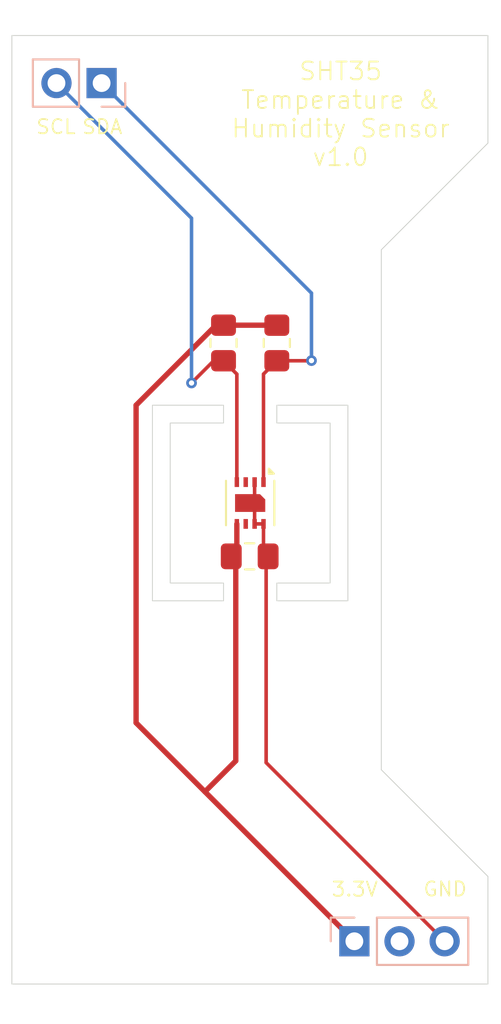
<source format=kicad_pcb>
(kicad_pcb (version 20241229) (generator "pcbnew") (generator_version "9.0")
  (layers (0 "F.Cu" signal) (2 "B.Cu" signal) (13 "F.Paste" user) (15 "B.Paste" user) (5 "F.SilkS" user "F.Silkscreen") (7 "B.SilkS" user "B.Silkscreen") (1 "F.Mask" user) (3 "B.Mask" user) (25 "Edge.Cuts" user))
  (net 0 "")
  (net 1 "/3.3V")
  (net 2 "GND")
  (net 4 "/SCL1")
  (net 5 "/SDA1")
  (footprint "Capacitor_SMD:C_0805_2012Metric_Pad1.18x1.45mm_HandSolder" (layer "F.Cu") (at 180.5925 93)
    (property "Reference" "C1" (hide yes))
    (property "Value" "100n")
    (fp_line (start -0.261252 -0.735) (end 0.261252 -0.735) (stroke (width 0.12)) (layer "F.SilkS"))
    (fp_line (start -0.261252 0.735) (end 0.261252 0.735) (stroke (width 0.12)) (layer "F.SilkS"))
    (pad "1" smd roundrect (at -1.0375 0) (size 1.175 1.45) (layers "F.Cu" "F.Mask" "F.Paste") (roundrect_rratio 0.212766) (net 1 "/3.3V"))
    (pad "2" smd roundrect (at 1.0375 0) (size 1.175 1.45) (layers "F.Cu" "F.Mask" "F.Paste") (roundrect_rratio 0.212766) (net 2 "GND"))
  )
  (footprint "Sensor_Humidity:Sensirion_DFN-8-1EP_2.5x2.5mm_P0.5mm_EP1.1x1.7mm" (layer "F.Cu") (at 180.62 90 -90)
    (property "Reference" "U1" (hide yes))
    (property "Value" "SHT35-DIS")
    (fp_line (start -1.25 1.36) (end 1.25 1.36) (stroke (width 0.12)) (layer "F.SilkS"))
    (fp_line (start -1.25 -1.36) (end 1.25 -1.36) (stroke (width 0.12)) (layer "F.SilkS"))
    (fp_poly (pts (xy -1.65 -1.05) (xy -1.93 -1.05) (xy -1.65 -1.33) (xy -1.65 -1.05)) (stroke (width 0.12)) (fill yes) (layer "F.SilkS"))
    (pad "1" smd rect (at -1.175 -0.75 270) (size 0.55 0.25) (layers "F.Cu" "F.Mask" "F.Paste") (net 5 "/SDA1"))
    (pad "2" smd rect (at -1.175 -0.25 270) (size 0.55 0.25) (layers "F.Cu" "F.Mask" "F.Paste") (net 2 "GND"))
    (pad "3" smd rect (at -1.175 0.25 270) (size 0.55 0.25) (layers "F.Cu" "F.Mask" "F.Paste"))
    (pad "4" smd rect (at -1.175 0.75 90) (size 0.55 0.25) (layers "F.Cu" "F.Mask" "F.Paste") (net 4 "/SCL1"))
    (pad "5" smd rect (at 1.175 0.75 270) (size 0.55 0.25) (layers "F.Cu" "F.Mask" "F.Paste") (net 1 "/3.3V"))
    (pad "6" smd rect (at 1.175 0.25 270) (size 0.55 0.25) (layers "F.Cu" "F.Mask" "F.Paste"))
    (pad "7" smd rect (at 1.175 -0.25 270) (size 0.55 0.25) (layers "F.Cu" "F.Mask" "F.Paste") (net 2 "GND"))
    (pad "8" smd rect (at 1.175 -0.75 270) (size 0.55 0.25) (layers "F.Cu" "F.Mask" "F.Paste") (net 2 "GND"))
    (pad "9" smd custom (at 0 0 270) (size 1 1) (layers "F.Cu" "F.Mask") (net 2 "GND") (options (clearance outline) (anchor circle)) (primitives (gr_poly (pts (xy 0.5 0.85) (xy -0.5 0.85) (xy -0.5 -0.55) (xy -0.2 -0.85) (xy 0.5 -0.85)) (width 0) (fill yes))))
  )
  (footprint "Resistor_SMD:R_0805_2012Metric_Pad1.20x1.40mm_HandSolder" (layer "F.Cu") (at 182.12 81 -90)
    (property "Reference" "R1" (hide yes))
    (property "Value" "10k")
    (fp_line (start -0.227064 0.735) (end 0.227064 0.735) (stroke (width 0.12)) (layer "F.SilkS"))
    (fp_line (start -0.227064 -0.735) (end 0.227064 -0.735) (stroke (width 0.12)) (layer "F.SilkS"))
    (pad "1" smd roundrect (at -1 0 270) (size 1.2 1.4) (layers "F.Cu" "F.Mask" "F.Paste") (roundrect_rratio 0.208333) (net 1 "/3.3V"))
    (pad "2" smd roundrect (at 1 0 270) (size 1.2 1.4) (layers "F.Cu" "F.Mask" "F.Paste") (roundrect_rratio 0.208333) (net 5 "/SDA1"))
  )
  (footprint "Resistor_SMD:R_0805_2012Metric_Pad1.20x1.40mm_HandSolder" (layer "F.Cu") (at 179.12 81 -90)
    (property "Reference" "R2" (hide yes))
    (property "Value" "10k")
    (fp_line (start -0.227064 0.735) (end 0.227064 0.735) (stroke (width 0.12)) (layer "F.SilkS"))
    (fp_line (start -0.227064 -0.735) (end 0.227064 -0.735) (stroke (width 0.12)) (layer "F.SilkS"))
    (pad "1" smd roundrect (at -1 0 270) (size 1.2 1.4) (layers "F.Cu" "F.Mask" "F.Paste") (roundrect_rratio 0.208333) (net 1 "/3.3V"))
    (pad "2" smd roundrect (at 1 0 270) (size 1.2 1.4) (layers "F.Cu" "F.Mask" "F.Paste") (roundrect_rratio 0.208333) (net 4 "/SCL1"))
  )
  (footprint "Connector_PinHeader_2.54mm:PinHeader_1x03_P2.54mm_Vertical" (layer "B.Cu") (at 186.484 114.645 -90)
    (property "Reference" "J1" (hide yes))
    (property "Value" "Conn_01x03")
    (fp_line (start -1.33 1.33) (end 0 1.33) (stroke (width 0.12)) (layer "B.SilkS"))
    (fp_line (start -1.33 0) (end -1.33 1.33) (stroke (width 0.12)) (layer "B.SilkS"))
    (fp_line (start -1.33 -1.27) (end 1.33 -1.27) (stroke (width 0.12)) (layer "B.SilkS"))
    (fp_line (start -1.33 -1.27) (end -1.33 -6.41) (stroke (width 0.12)) (layer "B.SilkS"))
    (fp_line (start 1.33 -1.27) (end 1.33 -6.41) (stroke (width 0.12)) (layer "B.SilkS"))
    (fp_line (start -1.33 -6.41) (end 1.33 -6.41) (stroke (width 0.12)) (layer "B.SilkS"))
    (pad "1" thru_hole rect (at 0 0 270) (size 1.7 1.7) (drill 1) (layers "*.Cu" "*.Mask") (net 1 "/3.3V"))
    (pad "2" thru_hole oval (at 0 -2.54 270) (size 1.7 1.7) (drill 1) (layers "*.Cu" "*.Mask"))
    (pad "3" thru_hole oval (at 0 -5.08 270) (size 1.7 1.7) (drill 1) (layers "*.Cu" "*.Mask") (net 2 "GND"))
  )
  (footprint "Connector_PinHeader_2.54mm:PinHeader_1x02_P2.54mm_Vertical" (layer "B.Cu") (at 172.26 66.385 90)
    (property "Reference" "J2" (hide yes))
    (property "Value" "Conn_01x02")
    (fp_line (start -1.33 -3.87) (end 1.33 -3.87) (stroke (width 0.12)) (layer "B.SilkS"))
    (fp_line (start 1.33 -1.27) (end 1.33 -3.87) (stroke (width 0.12)) (layer "B.SilkS"))
    (fp_line (start -1.33 -1.27) (end -1.33 -3.87) (stroke (width 0.12)) (layer "B.SilkS"))
    (fp_line (start -1.33 -1.27) (end 1.33 -1.27) (stroke (width 0.12)) (layer "B.SilkS"))
    (fp_line (start -1.33 0) (end -1.33 1.33) (stroke (width 0.12)) (layer "B.SilkS"))
    (fp_line (start -1.33 1.33) (end 0 1.33) (stroke (width 0.12)) (layer "B.SilkS"))
    (pad "1" thru_hole rect (at 0 0 90) (size 1.7 1.7) (drill 1) (layers "*.Cu" "*.Mask") (net 5 "/SDA1"))
    (pad "2" thru_hole oval (at 0 -2.54 90) (size 1.7 1.7) (drill 1) (layers "*.Cu" "*.Mask") (net 4 "/SCL1"))
  )
  (gr_line (start 194 117.05) (end 194 111) (stroke (width 0.05)) (layer "Edge.Cuts"))
  (gr_line (start 194 111) (end 188 105) (stroke (width 0.05)) (layer "Edge.Cuts"))
  (gr_poly (pts (xy 182.12 84.5) (xy 182.12 85.5) (xy 185.12 85.5) (xy 185.12 94.5) (xy 182.12 94.5) (xy 182.12 95.5) (xy 186.12 95.5) (xy 186.12 84.5)) (stroke (width 0.05)) (fill no) (layer "Edge.Cuts"))
  (gr_line (start 167.21 63.71) (end 167.21 117.05) (stroke (width 0.05)) (layer "Edge.Cuts"))
  (gr_line (start 194 69.76) (end 188 75.76) (stroke (width 0.05)) (layer "Edge.Cuts"))
  (gr_poly (pts (xy 179.12 95.5) (xy 179.12 94.5) (xy 176.12 94.5) (xy 176.12 85.5) (xy 179.12 85.5) (xy 179.12 84.5) (xy 175.12 84.5) (xy 175.12 95.5)) (stroke (width 0.05)) (fill no) (layer "Edge.Cuts"))
  (gr_line (start 194 69.76) (end 194 63.71) (stroke (width 0.05)) (layer "Edge.Cuts"))
  (gr_line (start 188 75.76) (end 188 105) (stroke (width 0.05)) (layer "Edge.Cuts"))
  (gr_line (start 167.21 117.05) (end 194 117.05) (stroke (width 0.05)) (layer "Edge.Cuts"))
  (gr_line (start 167.21 63.71) (end 194 63.71) (stroke (width 0.05)) (layer "Edge.Cuts"))
  (gr_text "3.3V" (at 185.15 112.19 0) (layer "F.SilkS") (effects (font (size 0.8 0.8) (thickness 0.1)) (justify left bottom)))
  (gr_text "SDA" (at 171.11 69.31 0) (layer "F.SilkS") (effects (font (size 0.8 0.8) (thickness 0.1)) (justify left bottom)))
  (gr_text "GND" (at 190.31 112.18 0) (layer "F.SilkS") (effects (font (size 0.8 0.8) (thickness 0.1)) (justify left bottom)))
  (gr_text "SCL" (at 168.52 69.31 0) (layer "F.SilkS") (effects (font (size 0.8 0.8) (thickness 0.1)) (justify left bottom)))
  (gr_text "SHT35\nTemperature &\nHumidity Sensor\nv1.0" (at 185.71 71.13 0) (layer "F.SilkS") (effects (font (size 1 1) (thickness 0.1)) (justify bottom)))
  (segment (start 174.2 84.499347) (end 174.2 102.361) (width 0.3) (layer "F.Cu") (net 1))
  (segment (start 179.555 93) (end 179.81 93.255) (width 0.3) (layer "F.Cu") (net 1))
  (segment (start 179.81 104.5) (end 178.0745 106.2355) (width 0.3) (layer "F.Cu") (net 1))
  (segment (start 179.87 92.685) (end 179.555 93) (width 0.3) (layer "F.Cu") (net 1))
  (segment (start 174.2 102.361) (end 178.0745 106.2355) (width 0.3) (layer "F.Cu") (net 1))
  (segment (start 179.12 80) (end 178.699347 80) (width 0.3) (layer "F.Cu") (net 1))
  (segment (start 178.0745 106.2355) (end 179.6645 107.8255) (width 0.3) (layer "F.Cu") (net 1))
  (segment (start 179.6645 107.8255) (end 186.484 114.645) (width 0.3) (layer "F.Cu") (net 1))
  (segment (start 179.81 93.255) (end 179.81 104.5) (width 0.3) (layer "F.Cu") (net 1))
  (segment (start 179.12 80) (end 182.12 80) (width 0.3) (layer "F.Cu") (net 1))
  (segment (start 179.87 91.175) (end 179.87 92.685) (width 0.3) (layer "F.Cu") (net 1))
  (segment (start 178.699347 80) (end 174.2 84.499347) (width 0.3) (layer "F.Cu") (net 1))
  (segment (start 181.37 91.175) (end 181.37 92.74) (width 0.2) (layer "F.Cu") (net 2))
  (segment (start 180.87 89.75) (end 180.62 90) (width 0.2) (layer "F.Cu") (net 2))
  (segment (start 181.519 104.6) (end 191.564 114.645) (width 0.2) (layer "F.Cu") (net 2))
  (segment (start 181.519 93.111) (end 181.519 104.6) (width 0.2) (layer "F.Cu") (net 2))
  (segment (start 180.87 91.175) (end 181.37 91.175) (width 0.2) (layer "F.Cu") (net 2))
  (segment (start 180.87 90.25) (end 180.87 91.175) (width 0.2) (layer "F.Cu") (net 2))
  (segment (start 181.63 93) (end 181.519 93.111) (width 0.2) (layer "F.Cu") (net 2))
  (segment (start 181.37 92.74) (end 181.63 93) (width 0.2) (layer "F.Cu") (net 2))
  (segment (start 180.62 90) (end 180.87 90.25) (width 0.2) (layer "F.Cu") (net 2))
  (segment (start 180.87 88.825) (end 180.87 89.75) (width 0.2) (layer "F.Cu") (net 2))
  (segment (start 178.57 82) (end 177.35 83.22) (width 0.2) (layer "F.Cu") (net 4))
  (segment (start 179.12 82) (end 179.87 82.75) (width 0.2) (layer "F.Cu") (net 4))
  (segment (start 177.35 83.22) (end 177.32 83.25) (width 0.2) (layer "F.Cu") (net 4))
  (segment (start 179.87 82.75) (end 179.87 88.825) (width 0.2) (layer "F.Cu") (net 4))
  (segment (start 179.12 82) (end 178.57 82) (width 0.2) (layer "F.Cu") (net 4))
  (via (at 177.32 83.25) (size 0.6) (drill 0.3) (layers "F.Cu" "B.Cu") (net 4))
  (segment (start 177.32 83.25) (end 177.32 73.985) (width 0.2) (layer "B.Cu") (net 4))
  (segment (start 177.32 73.985) (end 169.72 66.385) (width 0.2) (layer "B.Cu") (net 4))
  (segment (start 184.06 82) (end 184.07 81.99) (width 0.2) (layer "F.Cu") (net 5))
  (segment (start 182.12 82) (end 184.06 82) (width 0.2) (layer "F.Cu") (net 5))
  (segment (start 181.37 82.75) (end 181.37 88.825) (width 0.2) (layer "F.Cu") (net 5))
  (segment (start 182.12 82) (end 181.37 82.75) (width 0.2) (layer "F.Cu") (net 5))
  (via (at 184.07 81.99) (size 0.6) (drill 0.3) (layers "F.Cu" "B.Cu") (net 5))
  (segment (start 184.07 81.99) (end 184.07 78.195) (width 0.2) (layer "B.Cu") (net 5))
  (segment (start 184.07 78.195) (end 172.26 66.385) (width 0.2) (layer "B.Cu") (net 5))
)
</source>
